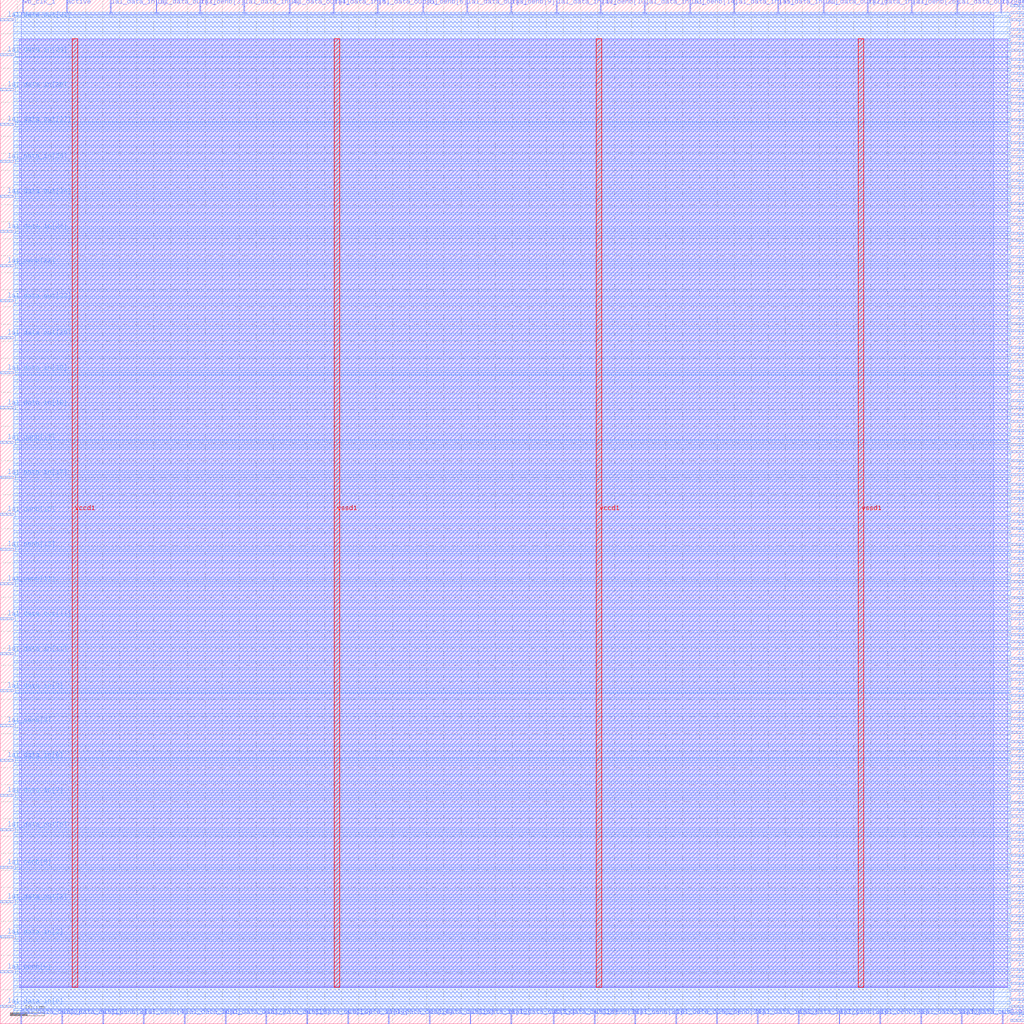
<source format=lef>
VERSION 5.7 ;
  NOWIREEXTENSIONATPIN ON ;
  DIVIDERCHAR "/" ;
  BUSBITCHARS "[]" ;
MACRO wrapped_wiggly_ic_1
  CLASS BLOCK ;
  FOREIGN wrapped_wiggly_ic_1 ;
  ORIGIN 0.000 0.000 ;
  SIZE 300.000 BY 300.000 ;
  PIN active
    DIRECTION INPUT ;
    USE SIGNAL ;
    PORT
      LAYER met2 ;
        RECT 19.410 296.000 19.690 300.000 ;
    END
  END active
  PIN io_in[0]
    DIRECTION INPUT ;
    USE SIGNAL ;
    PORT
      LAYER met3 ;
        RECT 296.000 0.720 300.000 1.320 ;
    END
  END io_in[0]
  PIN io_in[10]
    DIRECTION INPUT ;
    USE SIGNAL ;
    PORT
      LAYER met3 ;
        RECT 296.000 67.360 300.000 67.960 ;
    END
  END io_in[10]
  PIN io_in[11]
    DIRECTION INPUT ;
    USE SIGNAL ;
    PORT
      LAYER met3 ;
        RECT 296.000 73.480 300.000 74.080 ;
    END
  END io_in[11]
  PIN io_in[12]
    DIRECTION INPUT ;
    USE SIGNAL ;
    PORT
      LAYER met3 ;
        RECT 296.000 80.280 300.000 80.880 ;
    END
  END io_in[12]
  PIN io_in[13]
    DIRECTION INPUT ;
    USE SIGNAL ;
    PORT
      LAYER met3 ;
        RECT 296.000 87.080 300.000 87.680 ;
    END
  END io_in[13]
  PIN io_in[14]
    DIRECTION INPUT ;
    USE SIGNAL ;
    PORT
      LAYER met3 ;
        RECT 296.000 93.880 300.000 94.480 ;
    END
  END io_in[14]
  PIN io_in[15]
    DIRECTION INPUT ;
    USE SIGNAL ;
    PORT
      LAYER met3 ;
        RECT 296.000 100.680 300.000 101.280 ;
    END
  END io_in[15]
  PIN io_in[16]
    DIRECTION INPUT ;
    USE SIGNAL ;
    PORT
      LAYER met3 ;
        RECT 296.000 106.800 300.000 107.400 ;
    END
  END io_in[16]
  PIN io_in[17]
    DIRECTION INPUT ;
    USE SIGNAL ;
    PORT
      LAYER met3 ;
        RECT 296.000 113.600 300.000 114.200 ;
    END
  END io_in[17]
  PIN io_in[18]
    DIRECTION INPUT ;
    USE SIGNAL ;
    PORT
      LAYER met3 ;
        RECT 296.000 120.400 300.000 121.000 ;
    END
  END io_in[18]
  PIN io_in[19]
    DIRECTION INPUT ;
    USE SIGNAL ;
    PORT
      LAYER met3 ;
        RECT 296.000 127.200 300.000 127.800 ;
    END
  END io_in[19]
  PIN io_in[1]
    DIRECTION INPUT ;
    USE SIGNAL ;
    PORT
      LAYER met3 ;
        RECT 296.000 6.840 300.000 7.440 ;
    END
  END io_in[1]
  PIN io_in[20]
    DIRECTION INPUT ;
    USE SIGNAL ;
    PORT
      LAYER met3 ;
        RECT 296.000 134.000 300.000 134.600 ;
    END
  END io_in[20]
  PIN io_in[21]
    DIRECTION INPUT ;
    USE SIGNAL ;
    PORT
      LAYER met3 ;
        RECT 296.000 140.120 300.000 140.720 ;
    END
  END io_in[21]
  PIN io_in[22]
    DIRECTION INPUT ;
    USE SIGNAL ;
    PORT
      LAYER met3 ;
        RECT 296.000 146.920 300.000 147.520 ;
    END
  END io_in[22]
  PIN io_in[23]
    DIRECTION INPUT ;
    USE SIGNAL ;
    PORT
      LAYER met3 ;
        RECT 296.000 153.720 300.000 154.320 ;
    END
  END io_in[23]
  PIN io_in[24]
    DIRECTION INPUT ;
    USE SIGNAL ;
    PORT
      LAYER met3 ;
        RECT 296.000 160.520 300.000 161.120 ;
    END
  END io_in[24]
  PIN io_in[25]
    DIRECTION INPUT ;
    USE SIGNAL ;
    PORT
      LAYER met3 ;
        RECT 296.000 167.320 300.000 167.920 ;
    END
  END io_in[25]
  PIN io_in[26]
    DIRECTION INPUT ;
    USE SIGNAL ;
    PORT
      LAYER met3 ;
        RECT 296.000 173.440 300.000 174.040 ;
    END
  END io_in[26]
  PIN io_in[27]
    DIRECTION INPUT ;
    USE SIGNAL ;
    PORT
      LAYER met3 ;
        RECT 296.000 180.240 300.000 180.840 ;
    END
  END io_in[27]
  PIN io_in[28]
    DIRECTION INPUT ;
    USE SIGNAL ;
    PORT
      LAYER met3 ;
        RECT 296.000 187.040 300.000 187.640 ;
    END
  END io_in[28]
  PIN io_in[29]
    DIRECTION INPUT ;
    USE SIGNAL ;
    PORT
      LAYER met3 ;
        RECT 296.000 193.840 300.000 194.440 ;
    END
  END io_in[29]
  PIN io_in[2]
    DIRECTION INPUT ;
    USE SIGNAL ;
    PORT
      LAYER met3 ;
        RECT 296.000 13.640 300.000 14.240 ;
    END
  END io_in[2]
  PIN io_in[30]
    DIRECTION INPUT ;
    USE SIGNAL ;
    PORT
      LAYER met3 ;
        RECT 296.000 200.640 300.000 201.240 ;
    END
  END io_in[30]
  PIN io_in[31]
    DIRECTION INPUT ;
    USE SIGNAL ;
    PORT
      LAYER met3 ;
        RECT 296.000 206.760 300.000 207.360 ;
    END
  END io_in[31]
  PIN io_in[32]
    DIRECTION INPUT ;
    USE SIGNAL ;
    PORT
      LAYER met3 ;
        RECT 296.000 213.560 300.000 214.160 ;
    END
  END io_in[32]
  PIN io_in[33]
    DIRECTION INPUT ;
    USE SIGNAL ;
    PORT
      LAYER met3 ;
        RECT 296.000 220.360 300.000 220.960 ;
    END
  END io_in[33]
  PIN io_in[34]
    DIRECTION INPUT ;
    USE SIGNAL ;
    PORT
      LAYER met3 ;
        RECT 296.000 227.160 300.000 227.760 ;
    END
  END io_in[34]
  PIN io_in[35]
    DIRECTION INPUT ;
    USE SIGNAL ;
    PORT
      LAYER met3 ;
        RECT 296.000 233.960 300.000 234.560 ;
    END
  END io_in[35]
  PIN io_in[36]
    DIRECTION INPUT ;
    USE SIGNAL ;
    PORT
      LAYER met3 ;
        RECT 296.000 240.080 300.000 240.680 ;
    END
  END io_in[36]
  PIN io_in[37]
    DIRECTION INPUT ;
    USE SIGNAL ;
    PORT
      LAYER met3 ;
        RECT 296.000 246.880 300.000 247.480 ;
    END
  END io_in[37]
  PIN io_in[3]
    DIRECTION INPUT ;
    USE SIGNAL ;
    PORT
      LAYER met3 ;
        RECT 296.000 20.440 300.000 21.040 ;
    END
  END io_in[3]
  PIN io_in[4]
    DIRECTION INPUT ;
    USE SIGNAL ;
    PORT
      LAYER met3 ;
        RECT 296.000 27.240 300.000 27.840 ;
    END
  END io_in[4]
  PIN io_in[5]
    DIRECTION INPUT ;
    USE SIGNAL ;
    PORT
      LAYER met3 ;
        RECT 296.000 34.040 300.000 34.640 ;
    END
  END io_in[5]
  PIN io_in[6]
    DIRECTION INPUT ;
    USE SIGNAL ;
    PORT
      LAYER met3 ;
        RECT 296.000 40.160 300.000 40.760 ;
    END
  END io_in[6]
  PIN io_in[7]
    DIRECTION INPUT ;
    USE SIGNAL ;
    PORT
      LAYER met3 ;
        RECT 296.000 46.960 300.000 47.560 ;
    END
  END io_in[7]
  PIN io_in[8]
    DIRECTION INPUT ;
    USE SIGNAL ;
    PORT
      LAYER met3 ;
        RECT 296.000 53.760 300.000 54.360 ;
    END
  END io_in[8]
  PIN io_in[9]
    DIRECTION INPUT ;
    USE SIGNAL ;
    PORT
      LAYER met3 ;
        RECT 296.000 60.560 300.000 61.160 ;
    END
  END io_in[9]
  PIN io_oeb[0]
    DIRECTION OUTPUT TRISTATE ;
    USE SIGNAL ;
    PORT
      LAYER met3 ;
        RECT 296.000 4.800 300.000 5.400 ;
    END
  END io_oeb[0]
  PIN io_oeb[10]
    DIRECTION OUTPUT TRISTATE ;
    USE SIGNAL ;
    PORT
      LAYER met3 ;
        RECT 296.000 71.440 300.000 72.040 ;
    END
  END io_oeb[10]
  PIN io_oeb[11]
    DIRECTION OUTPUT TRISTATE ;
    USE SIGNAL ;
    PORT
      LAYER met3 ;
        RECT 296.000 78.240 300.000 78.840 ;
    END
  END io_oeb[11]
  PIN io_oeb[12]
    DIRECTION OUTPUT TRISTATE ;
    USE SIGNAL ;
    PORT
      LAYER met3 ;
        RECT 296.000 85.040 300.000 85.640 ;
    END
  END io_oeb[12]
  PIN io_oeb[13]
    DIRECTION OUTPUT TRISTATE ;
    USE SIGNAL ;
    PORT
      LAYER met3 ;
        RECT 296.000 91.160 300.000 91.760 ;
    END
  END io_oeb[13]
  PIN io_oeb[14]
    DIRECTION OUTPUT TRISTATE ;
    USE SIGNAL ;
    PORT
      LAYER met3 ;
        RECT 296.000 97.960 300.000 98.560 ;
    END
  END io_oeb[14]
  PIN io_oeb[15]
    DIRECTION OUTPUT TRISTATE ;
    USE SIGNAL ;
    PORT
      LAYER met3 ;
        RECT 296.000 104.760 300.000 105.360 ;
    END
  END io_oeb[15]
  PIN io_oeb[16]
    DIRECTION OUTPUT TRISTATE ;
    USE SIGNAL ;
    PORT
      LAYER met3 ;
        RECT 296.000 111.560 300.000 112.160 ;
    END
  END io_oeb[16]
  PIN io_oeb[17]
    DIRECTION OUTPUT TRISTATE ;
    USE SIGNAL ;
    PORT
      LAYER met3 ;
        RECT 296.000 118.360 300.000 118.960 ;
    END
  END io_oeb[17]
  PIN io_oeb[18]
    DIRECTION OUTPUT TRISTATE ;
    USE SIGNAL ;
    PORT
      LAYER met3 ;
        RECT 296.000 124.480 300.000 125.080 ;
    END
  END io_oeb[18]
  PIN io_oeb[19]
    DIRECTION OUTPUT TRISTATE ;
    USE SIGNAL ;
    PORT
      LAYER met3 ;
        RECT 296.000 131.280 300.000 131.880 ;
    END
  END io_oeb[19]
  PIN io_oeb[1]
    DIRECTION OUTPUT TRISTATE ;
    USE SIGNAL ;
    PORT
      LAYER met3 ;
        RECT 296.000 11.600 300.000 12.200 ;
    END
  END io_oeb[1]
  PIN io_oeb[20]
    DIRECTION OUTPUT TRISTATE ;
    USE SIGNAL ;
    PORT
      LAYER met3 ;
        RECT 296.000 138.080 300.000 138.680 ;
    END
  END io_oeb[20]
  PIN io_oeb[21]
    DIRECTION OUTPUT TRISTATE ;
    USE SIGNAL ;
    PORT
      LAYER met3 ;
        RECT 296.000 144.880 300.000 145.480 ;
    END
  END io_oeb[21]
  PIN io_oeb[22]
    DIRECTION OUTPUT TRISTATE ;
    USE SIGNAL ;
    PORT
      LAYER met3 ;
        RECT 296.000 151.680 300.000 152.280 ;
    END
  END io_oeb[22]
  PIN io_oeb[23]
    DIRECTION OUTPUT TRISTATE ;
    USE SIGNAL ;
    PORT
      LAYER met3 ;
        RECT 296.000 157.800 300.000 158.400 ;
    END
  END io_oeb[23]
  PIN io_oeb[24]
    DIRECTION OUTPUT TRISTATE ;
    USE SIGNAL ;
    PORT
      LAYER met3 ;
        RECT 296.000 164.600 300.000 165.200 ;
    END
  END io_oeb[24]
  PIN io_oeb[25]
    DIRECTION OUTPUT TRISTATE ;
    USE SIGNAL ;
    PORT
      LAYER met3 ;
        RECT 296.000 171.400 300.000 172.000 ;
    END
  END io_oeb[25]
  PIN io_oeb[26]
    DIRECTION OUTPUT TRISTATE ;
    USE SIGNAL ;
    PORT
      LAYER met3 ;
        RECT 296.000 178.200 300.000 178.800 ;
    END
  END io_oeb[26]
  PIN io_oeb[27]
    DIRECTION OUTPUT TRISTATE ;
    USE SIGNAL ;
    PORT
      LAYER met3 ;
        RECT 296.000 185.000 300.000 185.600 ;
    END
  END io_oeb[27]
  PIN io_oeb[28]
    DIRECTION OUTPUT TRISTATE ;
    USE SIGNAL ;
    PORT
      LAYER met3 ;
        RECT 296.000 191.120 300.000 191.720 ;
    END
  END io_oeb[28]
  PIN io_oeb[29]
    DIRECTION OUTPUT TRISTATE ;
    USE SIGNAL ;
    PORT
      LAYER met3 ;
        RECT 296.000 197.920 300.000 198.520 ;
    END
  END io_oeb[29]
  PIN io_oeb[2]
    DIRECTION OUTPUT TRISTATE ;
    USE SIGNAL ;
    PORT
      LAYER met3 ;
        RECT 296.000 18.400 300.000 19.000 ;
    END
  END io_oeb[2]
  PIN io_oeb[30]
    DIRECTION OUTPUT TRISTATE ;
    USE SIGNAL ;
    PORT
      LAYER met3 ;
        RECT 296.000 204.720 300.000 205.320 ;
    END
  END io_oeb[30]
  PIN io_oeb[31]
    DIRECTION OUTPUT TRISTATE ;
    USE SIGNAL ;
    PORT
      LAYER met3 ;
        RECT 296.000 211.520 300.000 212.120 ;
    END
  END io_oeb[31]
  PIN io_oeb[32]
    DIRECTION OUTPUT TRISTATE ;
    USE SIGNAL ;
    PORT
      LAYER met3 ;
        RECT 296.000 218.320 300.000 218.920 ;
    END
  END io_oeb[32]
  PIN io_oeb[33]
    DIRECTION OUTPUT TRISTATE ;
    USE SIGNAL ;
    PORT
      LAYER met3 ;
        RECT 296.000 224.440 300.000 225.040 ;
    END
  END io_oeb[33]
  PIN io_oeb[34]
    DIRECTION OUTPUT TRISTATE ;
    USE SIGNAL ;
    PORT
      LAYER met3 ;
        RECT 296.000 231.240 300.000 231.840 ;
    END
  END io_oeb[34]
  PIN io_oeb[35]
    DIRECTION OUTPUT TRISTATE ;
    USE SIGNAL ;
    PORT
      LAYER met3 ;
        RECT 296.000 238.040 300.000 238.640 ;
    END
  END io_oeb[35]
  PIN io_oeb[36]
    DIRECTION OUTPUT TRISTATE ;
    USE SIGNAL ;
    PORT
      LAYER met3 ;
        RECT 296.000 244.840 300.000 245.440 ;
    END
  END io_oeb[36]
  PIN io_oeb[37]
    DIRECTION OUTPUT TRISTATE ;
    USE SIGNAL ;
    PORT
      LAYER met3 ;
        RECT 296.000 251.640 300.000 252.240 ;
    END
  END io_oeb[37]
  PIN io_oeb[3]
    DIRECTION OUTPUT TRISTATE ;
    USE SIGNAL ;
    PORT
      LAYER met3 ;
        RECT 296.000 24.520 300.000 25.120 ;
    END
  END io_oeb[3]
  PIN io_oeb[4]
    DIRECTION OUTPUT TRISTATE ;
    USE SIGNAL ;
    PORT
      LAYER met3 ;
        RECT 296.000 31.320 300.000 31.920 ;
    END
  END io_oeb[4]
  PIN io_oeb[5]
    DIRECTION OUTPUT TRISTATE ;
    USE SIGNAL ;
    PORT
      LAYER met3 ;
        RECT 296.000 38.120 300.000 38.720 ;
    END
  END io_oeb[5]
  PIN io_oeb[6]
    DIRECTION OUTPUT TRISTATE ;
    USE SIGNAL ;
    PORT
      LAYER met3 ;
        RECT 296.000 44.920 300.000 45.520 ;
    END
  END io_oeb[6]
  PIN io_oeb[7]
    DIRECTION OUTPUT TRISTATE ;
    USE SIGNAL ;
    PORT
      LAYER met3 ;
        RECT 296.000 51.720 300.000 52.320 ;
    END
  END io_oeb[7]
  PIN io_oeb[8]
    DIRECTION OUTPUT TRISTATE ;
    USE SIGNAL ;
    PORT
      LAYER met3 ;
        RECT 296.000 57.840 300.000 58.440 ;
    END
  END io_oeb[8]
  PIN io_oeb[9]
    DIRECTION OUTPUT TRISTATE ;
    USE SIGNAL ;
    PORT
      LAYER met3 ;
        RECT 296.000 64.640 300.000 65.240 ;
    END
  END io_oeb[9]
  PIN io_out[0]
    DIRECTION OUTPUT TRISTATE ;
    USE SIGNAL ;
    PORT
      LAYER met3 ;
        RECT 296.000 2.760 300.000 3.360 ;
    END
  END io_out[0]
  PIN io_out[10]
    DIRECTION OUTPUT TRISTATE ;
    USE SIGNAL ;
    PORT
      LAYER met3 ;
        RECT 296.000 69.400 300.000 70.000 ;
    END
  END io_out[10]
  PIN io_out[11]
    DIRECTION OUTPUT TRISTATE ;
    USE SIGNAL ;
    PORT
      LAYER met3 ;
        RECT 296.000 76.200 300.000 76.800 ;
    END
  END io_out[11]
  PIN io_out[12]
    DIRECTION OUTPUT TRISTATE ;
    USE SIGNAL ;
    PORT
      LAYER met3 ;
        RECT 296.000 82.320 300.000 82.920 ;
    END
  END io_out[12]
  PIN io_out[13]
    DIRECTION OUTPUT TRISTATE ;
    USE SIGNAL ;
    PORT
      LAYER met3 ;
        RECT 296.000 89.120 300.000 89.720 ;
    END
  END io_out[13]
  PIN io_out[14]
    DIRECTION OUTPUT TRISTATE ;
    USE SIGNAL ;
    PORT
      LAYER met3 ;
        RECT 296.000 95.920 300.000 96.520 ;
    END
  END io_out[14]
  PIN io_out[15]
    DIRECTION OUTPUT TRISTATE ;
    USE SIGNAL ;
    PORT
      LAYER met3 ;
        RECT 296.000 102.720 300.000 103.320 ;
    END
  END io_out[15]
  PIN io_out[16]
    DIRECTION OUTPUT TRISTATE ;
    USE SIGNAL ;
    PORT
      LAYER met3 ;
        RECT 296.000 109.520 300.000 110.120 ;
    END
  END io_out[16]
  PIN io_out[17]
    DIRECTION OUTPUT TRISTATE ;
    USE SIGNAL ;
    PORT
      LAYER met3 ;
        RECT 296.000 115.640 300.000 116.240 ;
    END
  END io_out[17]
  PIN io_out[18]
    DIRECTION OUTPUT TRISTATE ;
    USE SIGNAL ;
    PORT
      LAYER met3 ;
        RECT 296.000 122.440 300.000 123.040 ;
    END
  END io_out[18]
  PIN io_out[19]
    DIRECTION OUTPUT TRISTATE ;
    USE SIGNAL ;
    PORT
      LAYER met3 ;
        RECT 296.000 129.240 300.000 129.840 ;
    END
  END io_out[19]
  PIN io_out[1]
    DIRECTION OUTPUT TRISTATE ;
    USE SIGNAL ;
    PORT
      LAYER met3 ;
        RECT 296.000 9.560 300.000 10.160 ;
    END
  END io_out[1]
  PIN io_out[20]
    DIRECTION OUTPUT TRISTATE ;
    USE SIGNAL ;
    PORT
      LAYER met3 ;
        RECT 296.000 136.040 300.000 136.640 ;
    END
  END io_out[20]
  PIN io_out[21]
    DIRECTION OUTPUT TRISTATE ;
    USE SIGNAL ;
    PORT
      LAYER met3 ;
        RECT 296.000 142.840 300.000 143.440 ;
    END
  END io_out[21]
  PIN io_out[22]
    DIRECTION OUTPUT TRISTATE ;
    USE SIGNAL ;
    PORT
      LAYER met3 ;
        RECT 296.000 148.960 300.000 149.560 ;
    END
  END io_out[22]
  PIN io_out[23]
    DIRECTION OUTPUT TRISTATE ;
    USE SIGNAL ;
    PORT
      LAYER met3 ;
        RECT 296.000 155.760 300.000 156.360 ;
    END
  END io_out[23]
  PIN io_out[24]
    DIRECTION OUTPUT TRISTATE ;
    USE SIGNAL ;
    PORT
      LAYER met3 ;
        RECT 296.000 162.560 300.000 163.160 ;
    END
  END io_out[24]
  PIN io_out[25]
    DIRECTION OUTPUT TRISTATE ;
    USE SIGNAL ;
    PORT
      LAYER met3 ;
        RECT 296.000 169.360 300.000 169.960 ;
    END
  END io_out[25]
  PIN io_out[26]
    DIRECTION OUTPUT TRISTATE ;
    USE SIGNAL ;
    PORT
      LAYER met3 ;
        RECT 296.000 176.160 300.000 176.760 ;
    END
  END io_out[26]
  PIN io_out[27]
    DIRECTION OUTPUT TRISTATE ;
    USE SIGNAL ;
    PORT
      LAYER met3 ;
        RECT 296.000 182.280 300.000 182.880 ;
    END
  END io_out[27]
  PIN io_out[28]
    DIRECTION OUTPUT TRISTATE ;
    USE SIGNAL ;
    PORT
      LAYER met3 ;
        RECT 296.000 189.080 300.000 189.680 ;
    END
  END io_out[28]
  PIN io_out[29]
    DIRECTION OUTPUT TRISTATE ;
    USE SIGNAL ;
    PORT
      LAYER met3 ;
        RECT 296.000 195.880 300.000 196.480 ;
    END
  END io_out[29]
  PIN io_out[2]
    DIRECTION OUTPUT TRISTATE ;
    USE SIGNAL ;
    PORT
      LAYER met3 ;
        RECT 296.000 15.680 300.000 16.280 ;
    END
  END io_out[2]
  PIN io_out[30]
    DIRECTION OUTPUT TRISTATE ;
    USE SIGNAL ;
    PORT
      LAYER met3 ;
        RECT 296.000 202.680 300.000 203.280 ;
    END
  END io_out[30]
  PIN io_out[31]
    DIRECTION OUTPUT TRISTATE ;
    USE SIGNAL ;
    PORT
      LAYER met3 ;
        RECT 296.000 209.480 300.000 210.080 ;
    END
  END io_out[31]
  PIN io_out[32]
    DIRECTION OUTPUT TRISTATE ;
    USE SIGNAL ;
    PORT
      LAYER met3 ;
        RECT 296.000 215.600 300.000 216.200 ;
    END
  END io_out[32]
  PIN io_out[33]
    DIRECTION OUTPUT TRISTATE ;
    USE SIGNAL ;
    PORT
      LAYER met3 ;
        RECT 296.000 222.400 300.000 223.000 ;
    END
  END io_out[33]
  PIN io_out[34]
    DIRECTION OUTPUT TRISTATE ;
    USE SIGNAL ;
    PORT
      LAYER met3 ;
        RECT 296.000 229.200 300.000 229.800 ;
    END
  END io_out[34]
  PIN io_out[35]
    DIRECTION OUTPUT TRISTATE ;
    USE SIGNAL ;
    PORT
      LAYER met3 ;
        RECT 296.000 236.000 300.000 236.600 ;
    END
  END io_out[35]
  PIN io_out[36]
    DIRECTION OUTPUT TRISTATE ;
    USE SIGNAL ;
    PORT
      LAYER met3 ;
        RECT 296.000 242.800 300.000 243.400 ;
    END
  END io_out[36]
  PIN io_out[37]
    DIRECTION OUTPUT TRISTATE ;
    USE SIGNAL ;
    PORT
      LAYER met3 ;
        RECT 296.000 248.920 300.000 249.520 ;
    END
  END io_out[37]
  PIN io_out[3]
    DIRECTION OUTPUT TRISTATE ;
    USE SIGNAL ;
    PORT
      LAYER met3 ;
        RECT 296.000 22.480 300.000 23.080 ;
    END
  END io_out[3]
  PIN io_out[4]
    DIRECTION OUTPUT TRISTATE ;
    USE SIGNAL ;
    PORT
      LAYER met3 ;
        RECT 296.000 29.280 300.000 29.880 ;
    END
  END io_out[4]
  PIN io_out[5]
    DIRECTION OUTPUT TRISTATE ;
    USE SIGNAL ;
    PORT
      LAYER met3 ;
        RECT 296.000 36.080 300.000 36.680 ;
    END
  END io_out[5]
  PIN io_out[6]
    DIRECTION OUTPUT TRISTATE ;
    USE SIGNAL ;
    PORT
      LAYER met3 ;
        RECT 296.000 42.880 300.000 43.480 ;
    END
  END io_out[6]
  PIN io_out[7]
    DIRECTION OUTPUT TRISTATE ;
    USE SIGNAL ;
    PORT
      LAYER met3 ;
        RECT 296.000 49.000 300.000 49.600 ;
    END
  END io_out[7]
  PIN io_out[8]
    DIRECTION OUTPUT TRISTATE ;
    USE SIGNAL ;
    PORT
      LAYER met3 ;
        RECT 296.000 55.800 300.000 56.400 ;
    END
  END io_out[8]
  PIN io_out[9]
    DIRECTION OUTPUT TRISTATE ;
    USE SIGNAL ;
    PORT
      LAYER met3 ;
        RECT 296.000 62.600 300.000 63.200 ;
    END
  END io_out[9]
  PIN la1_data_in[0]
    DIRECTION INPUT ;
    USE SIGNAL ;
    PORT
      LAYER met3 ;
        RECT 0.000 4.800 4.000 5.400 ;
    END
  END la1_data_in[0]
  PIN la1_data_in[10]
    DIRECTION INPUT ;
    USE SIGNAL ;
    PORT
      LAYER met2 ;
        RECT 162.930 296.000 163.210 300.000 ;
    END
  END la1_data_in[10]
  PIN la1_data_in[11]
    DIRECTION INPUT ;
    USE SIGNAL ;
    PORT
      LAYER met3 ;
        RECT 0.000 108.160 4.000 108.760 ;
    END
  END la1_data_in[11]
  PIN la1_data_in[12]
    DIRECTION INPUT ;
    USE SIGNAL ;
    PORT
      LAYER met2 ;
        RECT 188.690 296.000 188.970 300.000 ;
    END
  END la1_data_in[12]
  PIN la1_data_in[13]
    DIRECTION INPUT ;
    USE SIGNAL ;
    PORT
      LAYER met3 ;
        RECT 296.000 264.560 300.000 265.160 ;
    END
  END la1_data_in[13]
  PIN la1_data_in[14]
    DIRECTION INPUT ;
    USE SIGNAL ;
    PORT
      LAYER met2 ;
        RECT 101.750 0.000 102.030 4.000 ;
    END
  END la1_data_in[14]
  PIN la1_data_in[15]
    DIRECTION INPUT ;
    USE SIGNAL ;
    PORT
      LAYER met2 ;
        RECT 214.910 296.000 215.190 300.000 ;
    END
  END la1_data_in[15]
  PIN la1_data_in[16]
    DIRECTION INPUT ;
    USE SIGNAL ;
    PORT
      LAYER met2 ;
        RECT 137.630 0.000 137.910 4.000 ;
    END
  END la1_data_in[16]
  PIN la1_data_in[17]
    DIRECTION INPUT ;
    USE SIGNAL ;
    PORT
      LAYER met3 ;
        RECT 0.000 159.840 4.000 160.440 ;
    END
  END la1_data_in[17]
  PIN la1_data_in[18]
    DIRECTION INPUT ;
    USE SIGNAL ;
    PORT
      LAYER met3 ;
        RECT 0.000 180.240 4.000 180.840 ;
    END
  END la1_data_in[18]
  PIN la1_data_in[19]
    DIRECTION INPUT ;
    USE SIGNAL ;
    PORT
      LAYER met3 ;
        RECT 0.000 190.440 4.000 191.040 ;
    END
  END la1_data_in[19]
  PIN la1_data_in[1]
    DIRECTION INPUT ;
    USE SIGNAL ;
    PORT
      LAYER met2 ;
        RECT 32.290 296.000 32.570 300.000 ;
    END
  END la1_data_in[1]
  PIN la1_data_in[20]
    DIRECTION INPUT ;
    USE SIGNAL ;
    PORT
      LAYER met3 ;
        RECT 296.000 278.160 300.000 278.760 ;
    END
  END la1_data_in[20]
  PIN la1_data_in[21]
    DIRECTION INPUT ;
    USE SIGNAL ;
    PORT
      LAYER met2 ;
        RECT 227.790 296.000 228.070 300.000 ;
    END
  END la1_data_in[21]
  PIN la1_data_in[22]
    DIRECTION INPUT ;
    USE SIGNAL ;
    PORT
      LAYER met3 ;
        RECT 296.000 282.240 300.000 282.840 ;
    END
  END la1_data_in[22]
  PIN la1_data_in[23]
    DIRECTION INPUT ;
    USE SIGNAL ;
    PORT
      LAYER met2 ;
        RECT 254.010 296.000 254.290 300.000 ;
    END
  END la1_data_in[23]
  PIN la1_data_in[24]
    DIRECTION INPUT ;
    USE SIGNAL ;
    PORT
      LAYER met3 ;
        RECT 0.000 231.920 4.000 232.520 ;
    END
  END la1_data_in[24]
  PIN la1_data_in[25]
    DIRECTION INPUT ;
    USE SIGNAL ;
    PORT
      LAYER met2 ;
        RECT 221.810 0.000 222.090 4.000 ;
    END
  END la1_data_in[25]
  PIN la1_data_in[26]
    DIRECTION INPUT ;
    USE SIGNAL ;
    PORT
      LAYER met3 ;
        RECT 0.000 252.320 4.000 252.920 ;
    END
  END la1_data_in[26]
  PIN la1_data_in[27]
    DIRECTION INPUT ;
    USE SIGNAL ;
    PORT
      LAYER met2 ;
        RECT 233.770 0.000 234.050 4.000 ;
    END
  END la1_data_in[27]
  PIN la1_data_in[28]
    DIRECTION INPUT ;
    USE SIGNAL ;
    PORT
      LAYER met3 ;
        RECT 0.000 273.400 4.000 274.000 ;
    END
  END la1_data_in[28]
  PIN la1_data_in[29]
    DIRECTION INPUT ;
    USE SIGNAL ;
    PORT
      LAYER met3 ;
        RECT 0.000 283.600 4.000 284.200 ;
    END
  END la1_data_in[29]
  PIN la1_data_in[2]
    DIRECTION INPUT ;
    USE SIGNAL ;
    PORT
      LAYER met3 ;
        RECT 0.000 25.200 4.000 25.800 ;
    END
  END la1_data_in[2]
  PIN la1_data_in[30]
    DIRECTION INPUT ;
    USE SIGNAL ;
    PORT
      LAYER met2 ;
        RECT 269.650 0.000 269.930 4.000 ;
    END
  END la1_data_in[30]
  PIN la1_data_in[31]
    DIRECTION INPUT ;
    USE SIGNAL ;
    PORT
      LAYER met2 ;
        RECT 293.110 296.000 293.390 300.000 ;
    END
  END la1_data_in[31]
  PIN la1_data_in[3]
    DIRECTION INPUT ;
    USE SIGNAL ;
    PORT
      LAYER met3 ;
        RECT 296.000 255.720 300.000 256.320 ;
    END
  END la1_data_in[3]
  PIN la1_data_in[4]
    DIRECTION INPUT ;
    USE SIGNAL ;
    PORT
      LAYER met2 ;
        RECT 71.390 296.000 71.670 300.000 ;
    END
  END la1_data_in[4]
  PIN la1_data_in[5]
    DIRECTION INPUT ;
    USE SIGNAL ;
    PORT
      LAYER met2 ;
        RECT 97.610 296.000 97.890 300.000 ;
    END
  END la1_data_in[5]
  PIN la1_data_in[6]
    DIRECTION INPUT ;
    USE SIGNAL ;
    PORT
      LAYER met2 ;
        RECT 53.910 0.000 54.190 4.000 ;
    END
  END la1_data_in[6]
  PIN la1_data_in[7]
    DIRECTION INPUT ;
    USE SIGNAL ;
    PORT
      LAYER met3 ;
        RECT 0.000 66.680 4.000 67.280 ;
    END
  END la1_data_in[7]
  PIN la1_data_in[8]
    DIRECTION INPUT ;
    USE SIGNAL ;
    PORT
      LAYER met3 ;
        RECT 0.000 76.880 4.000 77.480 ;
    END
  END la1_data_in[8]
  PIN la1_data_in[9]
    DIRECTION INPUT ;
    USE SIGNAL ;
    PORT
      LAYER met3 ;
        RECT 0.000 97.280 4.000 97.880 ;
    END
  END la1_data_in[9]
  PIN la1_data_out[0]
    DIRECTION OUTPUT TRISTATE ;
    USE SIGNAL ;
    PORT
      LAYER met2 ;
        RECT 6.070 0.000 6.350 4.000 ;
    END
  END la1_data_out[0]
  PIN la1_data_out[10]
    DIRECTION OUTPUT TRISTATE ;
    USE SIGNAL ;
    PORT
      LAYER met2 ;
        RECT 77.830 0.000 78.110 4.000 ;
    END
  END la1_data_out[10]
  PIN la1_data_out[11]
    DIRECTION OUTPUT TRISTATE ;
    USE SIGNAL ;
    PORT
      LAYER met3 ;
        RECT 0.000 118.360 4.000 118.960 ;
    END
  END la1_data_out[11]
  PIN la1_data_out[12]
    DIRECTION OUTPUT TRISTATE ;
    USE SIGNAL ;
    PORT
      LAYER met3 ;
        RECT 296.000 262.520 300.000 263.120 ;
    END
  END la1_data_out[12]
  PIN la1_data_out[13]
    DIRECTION OUTPUT TRISTATE ;
    USE SIGNAL ;
    PORT
      LAYER met2 ;
        RECT 89.790 0.000 90.070 4.000 ;
    END
  END la1_data_out[13]
  PIN la1_data_out[14]
    DIRECTION OUTPUT TRISTATE ;
    USE SIGNAL ;
    PORT
      LAYER met2 ;
        RECT 113.710 0.000 113.990 4.000 ;
    END
  END la1_data_out[14]
  PIN la1_data_out[15]
    DIRECTION OUTPUT TRISTATE ;
    USE SIGNAL ;
    PORT
      LAYER met2 ;
        RECT 125.670 0.000 125.950 4.000 ;
    END
  END la1_data_out[15]
  PIN la1_data_out[16]
    DIRECTION OUTPUT TRISTATE ;
    USE SIGNAL ;
    PORT
      LAYER met3 ;
        RECT 296.000 269.320 300.000 269.920 ;
    END
  END la1_data_out[16]
  PIN la1_data_out[17]
    DIRECTION OUTPUT TRISTATE ;
    USE SIGNAL ;
    PORT
      LAYER met2 ;
        RECT 149.590 0.000 149.870 4.000 ;
    END
  END la1_data_out[17]
  PIN la1_data_out[18]
    DIRECTION OUTPUT TRISTATE ;
    USE SIGNAL ;
    PORT
      LAYER met2 ;
        RECT 162.010 0.000 162.290 4.000 ;
    END
  END la1_data_out[18]
  PIN la1_data_out[19]
    DIRECTION OUTPUT TRISTATE ;
    USE SIGNAL ;
    PORT
      LAYER met3 ;
        RECT 296.000 276.120 300.000 276.720 ;
    END
  END la1_data_out[19]
  PIN la1_data_out[1]
    DIRECTION OUTPUT TRISTATE ;
    USE SIGNAL ;
    PORT
      LAYER met2 ;
        RECT 18.030 0.000 18.310 4.000 ;
    END
  END la1_data_out[1]
  PIN la1_data_out[20]
    DIRECTION OUTPUT TRISTATE ;
    USE SIGNAL ;
    PORT
      LAYER met3 ;
        RECT 0.000 200.640 4.000 201.240 ;
    END
  END la1_data_out[20]
  PIN la1_data_out[21]
    DIRECTION OUTPUT TRISTATE ;
    USE SIGNAL ;
    PORT
      LAYER met2 ;
        RECT 241.130 296.000 241.410 300.000 ;
    END
  END la1_data_out[21]
  PIN la1_data_out[22]
    DIRECTION OUTPUT TRISTATE ;
    USE SIGNAL ;
    PORT
      LAYER met3 ;
        RECT 0.000 211.520 4.000 212.120 ;
    END
  END la1_data_out[22]
  PIN la1_data_out[23]
    DIRECTION OUTPUT TRISTATE ;
    USE SIGNAL ;
    PORT
      LAYER met2 ;
        RECT 197.890 0.000 198.170 4.000 ;
    END
  END la1_data_out[23]
  PIN la1_data_out[24]
    DIRECTION OUTPUT TRISTATE ;
    USE SIGNAL ;
    PORT
      LAYER met3 ;
        RECT 0.000 242.120 4.000 242.720 ;
    END
  END la1_data_out[24]
  PIN la1_data_out[25]
    DIRECTION OUTPUT TRISTATE ;
    USE SIGNAL ;
    PORT
      LAYER met3 ;
        RECT 296.000 287.000 300.000 287.600 ;
    END
  END la1_data_out[25]
  PIN la1_data_out[26]
    DIRECTION OUTPUT TRISTATE ;
    USE SIGNAL ;
    PORT
      LAYER met3 ;
        RECT 296.000 291.080 300.000 291.680 ;
    END
  END la1_data_out[26]
  PIN la1_data_out[27]
    DIRECTION OUTPUT TRISTATE ;
    USE SIGNAL ;
    PORT
      LAYER met3 ;
        RECT 0.000 263.200 4.000 263.800 ;
    END
  END la1_data_out[27]
  PIN la1_data_out[28]
    DIRECTION OUTPUT TRISTATE ;
    USE SIGNAL ;
    PORT
      LAYER met3 ;
        RECT 296.000 295.840 300.000 296.440 ;
    END
  END la1_data_out[28]
  PIN la1_data_out[29]
    DIRECTION OUTPUT TRISTATE ;
    USE SIGNAL ;
    PORT
      LAYER met2 ;
        RECT 280.230 296.000 280.510 300.000 ;
    END
  END la1_data_out[29]
  PIN la1_data_out[2]
    DIRECTION OUTPUT TRISTATE ;
    USE SIGNAL ;
    PORT
      LAYER met3 ;
        RECT 0.000 35.400 4.000 36.000 ;
    END
  END la1_data_out[2]
  PIN la1_data_out[30]
    DIRECTION OUTPUT TRISTATE ;
    USE SIGNAL ;
    PORT
      LAYER met2 ;
        RECT 281.610 0.000 281.890 4.000 ;
    END
  END la1_data_out[30]
  PIN la1_data_out[31]
    DIRECTION OUTPUT TRISTATE ;
    USE SIGNAL ;
    PORT
      LAYER met3 ;
        RECT 0.000 293.800 4.000 294.400 ;
    END
  END la1_data_out[31]
  PIN la1_data_out[3]
    DIRECTION OUTPUT TRISTATE ;
    USE SIGNAL ;
    PORT
      LAYER met2 ;
        RECT 45.630 296.000 45.910 300.000 ;
    END
  END la1_data_out[3]
  PIN la1_data_out[4]
    DIRECTION OUTPUT TRISTATE ;
    USE SIGNAL ;
    PORT
      LAYER met2 ;
        RECT 84.730 296.000 85.010 300.000 ;
    END
  END la1_data_out[4]
  PIN la1_data_out[5]
    DIRECTION OUTPUT TRISTATE ;
    USE SIGNAL ;
    PORT
      LAYER met2 ;
        RECT 110.490 296.000 110.770 300.000 ;
    END
  END la1_data_out[5]
  PIN la1_data_out[6]
    DIRECTION OUTPUT TRISTATE ;
    USE SIGNAL ;
    PORT
      LAYER met3 ;
        RECT 0.000 56.480 4.000 57.080 ;
    END
  END la1_data_out[6]
  PIN la1_data_out[7]
    DIRECTION OUTPUT TRISTATE ;
    USE SIGNAL ;
    PORT
      LAYER met2 ;
        RECT 65.870 0.000 66.150 4.000 ;
    END
  END la1_data_out[7]
  PIN la1_data_out[8]
    DIRECTION OUTPUT TRISTATE ;
    USE SIGNAL ;
    PORT
      LAYER met2 ;
        RECT 136.710 296.000 136.990 300.000 ;
    END
  END la1_data_out[8]
  PIN la1_data_out[9]
    DIRECTION OUTPUT TRISTATE ;
    USE SIGNAL ;
    PORT
      LAYER met3 ;
        RECT 296.000 260.480 300.000 261.080 ;
    END
  END la1_data_out[9]
  PIN la1_oenb[0]
    DIRECTION INPUT ;
    USE SIGNAL ;
    PORT
      LAYER met3 ;
        RECT 0.000 15.000 4.000 15.600 ;
    END
  END la1_oenb[0]
  PIN la1_oenb[10]
    DIRECTION INPUT ;
    USE SIGNAL ;
    PORT
      LAYER met2 ;
        RECT 175.810 296.000 176.090 300.000 ;
    END
  END la1_oenb[10]
  PIN la1_oenb[11]
    DIRECTION INPUT ;
    USE SIGNAL ;
    PORT
      LAYER met3 ;
        RECT 0.000 128.560 4.000 129.160 ;
    END
  END la1_oenb[11]
  PIN la1_oenb[12]
    DIRECTION INPUT ;
    USE SIGNAL ;
    PORT
      LAYER met3 ;
        RECT 0.000 138.760 4.000 139.360 ;
    END
  END la1_oenb[12]
  PIN la1_oenb[13]
    DIRECTION INPUT ;
    USE SIGNAL ;
    PORT
      LAYER met3 ;
        RECT 296.000 267.280 300.000 267.880 ;
    END
  END la1_oenb[13]
  PIN la1_oenb[14]
    DIRECTION INPUT ;
    USE SIGNAL ;
    PORT
      LAYER met2 ;
        RECT 202.030 296.000 202.310 300.000 ;
    END
  END la1_oenb[14]
  PIN la1_oenb[15]
    DIRECTION INPUT ;
    USE SIGNAL ;
    PORT
      LAYER met3 ;
        RECT 0.000 148.960 4.000 149.560 ;
    END
  END la1_oenb[15]
  PIN la1_oenb[16]
    DIRECTION INPUT ;
    USE SIGNAL ;
    PORT
      LAYER met3 ;
        RECT 296.000 271.360 300.000 271.960 ;
    END
  END la1_oenb[16]
  PIN la1_oenb[17]
    DIRECTION INPUT ;
    USE SIGNAL ;
    PORT
      LAYER met3 ;
        RECT 0.000 170.040 4.000 170.640 ;
    END
  END la1_oenb[17]
  PIN la1_oenb[18]
    DIRECTION INPUT ;
    USE SIGNAL ;
    PORT
      LAYER met3 ;
        RECT 296.000 273.400 300.000 274.000 ;
    END
  END la1_oenb[18]
  PIN la1_oenb[19]
    DIRECTION INPUT ;
    USE SIGNAL ;
    PORT
      LAYER met2 ;
        RECT 173.970 0.000 174.250 4.000 ;
    END
  END la1_oenb[19]
  PIN la1_oenb[1]
    DIRECTION INPUT ;
    USE SIGNAL ;
    PORT
      LAYER met3 ;
        RECT 296.000 253.680 300.000 254.280 ;
    END
  END la1_oenb[1]
  PIN la1_oenb[20]
    DIRECTION INPUT ;
    USE SIGNAL ;
    PORT
      LAYER met3 ;
        RECT 296.000 280.200 300.000 280.800 ;
    END
  END la1_oenb[20]
  PIN la1_oenb[21]
    DIRECTION INPUT ;
    USE SIGNAL ;
    PORT
      LAYER met2 ;
        RECT 185.930 0.000 186.210 4.000 ;
    END
  END la1_oenb[21]
  PIN la1_oenb[22]
    DIRECTION INPUT ;
    USE SIGNAL ;
    PORT
      LAYER met3 ;
        RECT 0.000 221.720 4.000 222.320 ;
    END
  END la1_oenb[22]
  PIN la1_oenb[23]
    DIRECTION INPUT ;
    USE SIGNAL ;
    PORT
      LAYER met3 ;
        RECT 296.000 284.960 300.000 285.560 ;
    END
  END la1_oenb[23]
  PIN la1_oenb[24]
    DIRECTION INPUT ;
    USE SIGNAL ;
    PORT
      LAYER met2 ;
        RECT 209.850 0.000 210.130 4.000 ;
    END
  END la1_oenb[24]
  PIN la1_oenb[25]
    DIRECTION INPUT ;
    USE SIGNAL ;
    PORT
      LAYER met3 ;
        RECT 296.000 289.040 300.000 289.640 ;
    END
  END la1_oenb[25]
  PIN la1_oenb[26]
    DIRECTION INPUT ;
    USE SIGNAL ;
    PORT
      LAYER met2 ;
        RECT 266.890 296.000 267.170 300.000 ;
    END
  END la1_oenb[26]
  PIN la1_oenb[27]
    DIRECTION INPUT ;
    USE SIGNAL ;
    PORT
      LAYER met3 ;
        RECT 296.000 293.800 300.000 294.400 ;
    END
  END la1_oenb[27]
  PIN la1_oenb[28]
    DIRECTION INPUT ;
    USE SIGNAL ;
    PORT
      LAYER met2 ;
        RECT 245.730 0.000 246.010 4.000 ;
    END
  END la1_oenb[28]
  PIN la1_oenb[29]
    DIRECTION INPUT ;
    USE SIGNAL ;
    PORT
      LAYER met2 ;
        RECT 257.690 0.000 257.970 4.000 ;
    END
  END la1_oenb[29]
  PIN la1_oenb[2]
    DIRECTION INPUT ;
    USE SIGNAL ;
    PORT
      LAYER met2 ;
        RECT 29.990 0.000 30.270 4.000 ;
    END
  END la1_oenb[2]
  PIN la1_oenb[30]
    DIRECTION INPUT ;
    USE SIGNAL ;
    PORT
      LAYER met2 ;
        RECT 293.570 0.000 293.850 4.000 ;
    END
  END la1_oenb[30]
  PIN la1_oenb[31]
    DIRECTION INPUT ;
    USE SIGNAL ;
    PORT
      LAYER met3 ;
        RECT 296.000 297.880 300.000 298.480 ;
    END
  END la1_oenb[31]
  PIN la1_oenb[3]
    DIRECTION INPUT ;
    USE SIGNAL ;
    PORT
      LAYER met2 ;
        RECT 58.510 296.000 58.790 300.000 ;
    END
  END la1_oenb[3]
  PIN la1_oenb[4]
    DIRECTION INPUT ;
    USE SIGNAL ;
    PORT
      LAYER met2 ;
        RECT 41.950 0.000 42.230 4.000 ;
    END
  END la1_oenb[4]
  PIN la1_oenb[5]
    DIRECTION INPUT ;
    USE SIGNAL ;
    PORT
      LAYER met3 ;
        RECT 0.000 45.600 4.000 46.200 ;
    END
  END la1_oenb[5]
  PIN la1_oenb[6]
    DIRECTION INPUT ;
    USE SIGNAL ;
    PORT
      LAYER met2 ;
        RECT 123.830 296.000 124.110 300.000 ;
    END
  END la1_oenb[6]
  PIN la1_oenb[7]
    DIRECTION INPUT ;
    USE SIGNAL ;
    PORT
      LAYER met3 ;
        RECT 296.000 257.760 300.000 258.360 ;
    END
  END la1_oenb[7]
  PIN la1_oenb[8]
    DIRECTION INPUT ;
    USE SIGNAL ;
    PORT
      LAYER met3 ;
        RECT 0.000 87.080 4.000 87.680 ;
    END
  END la1_oenb[8]
  PIN la1_oenb[9]
    DIRECTION INPUT ;
    USE SIGNAL ;
    PORT
      LAYER met2 ;
        RECT 149.590 296.000 149.870 300.000 ;
    END
  END la1_oenb[9]
  PIN vccd1
    DIRECTION INPUT ;
    USE POWER ;
    PORT
      LAYER met4 ;
        RECT 21.040 10.640 22.640 288.560 ;
    END
    PORT
      LAYER met4 ;
        RECT 174.640 10.640 176.240 288.560 ;
    END
  END vccd1
  PIN vssd1
    DIRECTION INPUT ;
    USE GROUND ;
    PORT
      LAYER met4 ;
        RECT 97.840 10.640 99.440 288.560 ;
    END
    PORT
      LAYER met4 ;
        RECT 251.440 10.640 253.040 288.560 ;
    END
  END vssd1
  PIN wb_clk_i
    DIRECTION INPUT ;
    USE SIGNAL ;
    PORT
      LAYER met2 ;
        RECT 6.530 296.000 6.810 300.000 ;
    END
  END wb_clk_i
  OBS
      LAYER li1 ;
        RECT 5.520 10.795 295.175 288.405 ;
      LAYER met1 ;
        RECT 5.520 10.640 295.235 288.560 ;
      LAYER met2 ;
        RECT 6.080 295.720 6.250 296.325 ;
        RECT 7.090 295.720 19.130 296.325 ;
        RECT 19.970 295.720 32.010 296.325 ;
        RECT 32.850 295.720 45.350 296.325 ;
        RECT 46.190 295.720 58.230 296.325 ;
        RECT 59.070 295.720 71.110 296.325 ;
        RECT 71.950 295.720 84.450 296.325 ;
        RECT 85.290 295.720 97.330 296.325 ;
        RECT 98.170 295.720 110.210 296.325 ;
        RECT 111.050 295.720 123.550 296.325 ;
        RECT 124.390 295.720 136.430 296.325 ;
        RECT 137.270 295.720 149.310 296.325 ;
        RECT 150.150 295.720 162.650 296.325 ;
        RECT 163.490 295.720 175.530 296.325 ;
        RECT 176.370 295.720 188.410 296.325 ;
        RECT 189.250 295.720 201.750 296.325 ;
        RECT 202.590 295.720 214.630 296.325 ;
        RECT 215.470 295.720 227.510 296.325 ;
        RECT 228.350 295.720 240.850 296.325 ;
        RECT 241.690 295.720 253.730 296.325 ;
        RECT 254.570 295.720 266.610 296.325 ;
        RECT 267.450 295.720 279.950 296.325 ;
        RECT 280.790 295.720 291.090 296.325 ;
        RECT 6.080 4.280 291.090 295.720 ;
        RECT 6.630 2.875 17.750 4.280 ;
        RECT 18.590 2.875 29.710 4.280 ;
        RECT 30.550 2.875 41.670 4.280 ;
        RECT 42.510 2.875 53.630 4.280 ;
        RECT 54.470 2.875 65.590 4.280 ;
        RECT 66.430 2.875 77.550 4.280 ;
        RECT 78.390 2.875 89.510 4.280 ;
        RECT 90.350 2.875 101.470 4.280 ;
        RECT 102.310 2.875 113.430 4.280 ;
        RECT 114.270 2.875 125.390 4.280 ;
        RECT 126.230 2.875 137.350 4.280 ;
        RECT 138.190 2.875 149.310 4.280 ;
        RECT 150.150 2.875 161.730 4.280 ;
        RECT 162.570 2.875 173.690 4.280 ;
        RECT 174.530 2.875 185.650 4.280 ;
        RECT 186.490 2.875 197.610 4.280 ;
        RECT 198.450 2.875 209.570 4.280 ;
        RECT 210.410 2.875 221.530 4.280 ;
        RECT 222.370 2.875 233.490 4.280 ;
        RECT 234.330 2.875 245.450 4.280 ;
        RECT 246.290 2.875 257.410 4.280 ;
        RECT 258.250 2.875 269.370 4.280 ;
        RECT 270.210 2.875 281.330 4.280 ;
        RECT 282.170 2.875 291.090 4.280 ;
      LAYER met3 ;
        RECT 4.000 295.440 295.600 296.305 ;
        RECT 4.000 294.800 296.000 295.440 ;
        RECT 4.400 293.400 295.600 294.800 ;
        RECT 4.000 292.080 296.000 293.400 ;
        RECT 4.000 290.680 295.600 292.080 ;
        RECT 4.000 290.040 296.000 290.680 ;
        RECT 4.000 288.640 295.600 290.040 ;
        RECT 4.000 288.000 296.000 288.640 ;
        RECT 4.000 286.600 295.600 288.000 ;
        RECT 4.000 285.960 296.000 286.600 ;
        RECT 4.000 284.600 295.600 285.960 ;
        RECT 4.400 284.560 295.600 284.600 ;
        RECT 4.400 283.240 296.000 284.560 ;
        RECT 4.400 283.200 295.600 283.240 ;
        RECT 4.000 281.840 295.600 283.200 ;
        RECT 4.000 281.200 296.000 281.840 ;
        RECT 4.000 279.800 295.600 281.200 ;
        RECT 4.000 279.160 296.000 279.800 ;
        RECT 4.000 277.760 295.600 279.160 ;
        RECT 4.000 277.120 296.000 277.760 ;
        RECT 4.000 275.720 295.600 277.120 ;
        RECT 4.000 274.400 296.000 275.720 ;
        RECT 4.400 273.000 295.600 274.400 ;
        RECT 4.000 272.360 296.000 273.000 ;
        RECT 4.000 270.960 295.600 272.360 ;
        RECT 4.000 270.320 296.000 270.960 ;
        RECT 4.000 268.920 295.600 270.320 ;
        RECT 4.000 268.280 296.000 268.920 ;
        RECT 4.000 266.880 295.600 268.280 ;
        RECT 4.000 265.560 296.000 266.880 ;
        RECT 4.000 264.200 295.600 265.560 ;
        RECT 4.400 264.160 295.600 264.200 ;
        RECT 4.400 263.520 296.000 264.160 ;
        RECT 4.400 262.800 295.600 263.520 ;
        RECT 4.000 262.120 295.600 262.800 ;
        RECT 4.000 261.480 296.000 262.120 ;
        RECT 4.000 260.080 295.600 261.480 ;
        RECT 4.000 258.760 296.000 260.080 ;
        RECT 4.000 257.360 295.600 258.760 ;
        RECT 4.000 256.720 296.000 257.360 ;
        RECT 4.000 255.320 295.600 256.720 ;
        RECT 4.000 254.680 296.000 255.320 ;
        RECT 4.000 253.320 295.600 254.680 ;
        RECT 4.400 253.280 295.600 253.320 ;
        RECT 4.400 252.640 296.000 253.280 ;
        RECT 4.400 251.920 295.600 252.640 ;
        RECT 4.000 251.240 295.600 251.920 ;
        RECT 4.000 249.920 296.000 251.240 ;
        RECT 4.000 248.520 295.600 249.920 ;
        RECT 4.000 247.880 296.000 248.520 ;
        RECT 4.000 246.480 295.600 247.880 ;
        RECT 4.000 245.840 296.000 246.480 ;
        RECT 4.000 244.440 295.600 245.840 ;
        RECT 4.000 243.800 296.000 244.440 ;
        RECT 4.000 243.120 295.600 243.800 ;
        RECT 4.400 242.400 295.600 243.120 ;
        RECT 4.400 241.720 296.000 242.400 ;
        RECT 4.000 241.080 296.000 241.720 ;
        RECT 4.000 239.680 295.600 241.080 ;
        RECT 4.000 239.040 296.000 239.680 ;
        RECT 4.000 237.640 295.600 239.040 ;
        RECT 4.000 237.000 296.000 237.640 ;
        RECT 4.000 235.600 295.600 237.000 ;
        RECT 4.000 234.960 296.000 235.600 ;
        RECT 4.000 233.560 295.600 234.960 ;
        RECT 4.000 232.920 296.000 233.560 ;
        RECT 4.400 232.240 296.000 232.920 ;
        RECT 4.400 231.520 295.600 232.240 ;
        RECT 4.000 230.840 295.600 231.520 ;
        RECT 4.000 230.200 296.000 230.840 ;
        RECT 4.000 228.800 295.600 230.200 ;
        RECT 4.000 228.160 296.000 228.800 ;
        RECT 4.000 226.760 295.600 228.160 ;
        RECT 4.000 225.440 296.000 226.760 ;
        RECT 4.000 224.040 295.600 225.440 ;
        RECT 4.000 223.400 296.000 224.040 ;
        RECT 4.000 222.720 295.600 223.400 ;
        RECT 4.400 222.000 295.600 222.720 ;
        RECT 4.400 221.360 296.000 222.000 ;
        RECT 4.400 221.320 295.600 221.360 ;
        RECT 4.000 219.960 295.600 221.320 ;
        RECT 4.000 219.320 296.000 219.960 ;
        RECT 4.000 217.920 295.600 219.320 ;
        RECT 4.000 216.600 296.000 217.920 ;
        RECT 4.000 215.200 295.600 216.600 ;
        RECT 4.000 214.560 296.000 215.200 ;
        RECT 4.000 213.160 295.600 214.560 ;
        RECT 4.000 212.520 296.000 213.160 ;
        RECT 4.400 211.120 295.600 212.520 ;
        RECT 4.000 210.480 296.000 211.120 ;
        RECT 4.000 209.080 295.600 210.480 ;
        RECT 4.000 207.760 296.000 209.080 ;
        RECT 4.000 206.360 295.600 207.760 ;
        RECT 4.000 205.720 296.000 206.360 ;
        RECT 4.000 204.320 295.600 205.720 ;
        RECT 4.000 203.680 296.000 204.320 ;
        RECT 4.000 202.280 295.600 203.680 ;
        RECT 4.000 201.640 296.000 202.280 ;
        RECT 4.400 200.240 295.600 201.640 ;
        RECT 4.000 198.920 296.000 200.240 ;
        RECT 4.000 197.520 295.600 198.920 ;
        RECT 4.000 196.880 296.000 197.520 ;
        RECT 4.000 195.480 295.600 196.880 ;
        RECT 4.000 194.840 296.000 195.480 ;
        RECT 4.000 193.440 295.600 194.840 ;
        RECT 4.000 192.120 296.000 193.440 ;
        RECT 4.000 191.440 295.600 192.120 ;
        RECT 4.400 190.720 295.600 191.440 ;
        RECT 4.400 190.080 296.000 190.720 ;
        RECT 4.400 190.040 295.600 190.080 ;
        RECT 4.000 188.680 295.600 190.040 ;
        RECT 4.000 188.040 296.000 188.680 ;
        RECT 4.000 186.640 295.600 188.040 ;
        RECT 4.000 186.000 296.000 186.640 ;
        RECT 4.000 184.600 295.600 186.000 ;
        RECT 4.000 183.280 296.000 184.600 ;
        RECT 4.000 181.880 295.600 183.280 ;
        RECT 4.000 181.240 296.000 181.880 ;
        RECT 4.400 179.840 295.600 181.240 ;
        RECT 4.000 179.200 296.000 179.840 ;
        RECT 4.000 177.800 295.600 179.200 ;
        RECT 4.000 177.160 296.000 177.800 ;
        RECT 4.000 175.760 295.600 177.160 ;
        RECT 4.000 174.440 296.000 175.760 ;
        RECT 4.000 173.040 295.600 174.440 ;
        RECT 4.000 172.400 296.000 173.040 ;
        RECT 4.000 171.040 295.600 172.400 ;
        RECT 4.400 171.000 295.600 171.040 ;
        RECT 4.400 170.360 296.000 171.000 ;
        RECT 4.400 169.640 295.600 170.360 ;
        RECT 4.000 168.960 295.600 169.640 ;
        RECT 4.000 168.320 296.000 168.960 ;
        RECT 4.000 166.920 295.600 168.320 ;
        RECT 4.000 165.600 296.000 166.920 ;
        RECT 4.000 164.200 295.600 165.600 ;
        RECT 4.000 163.560 296.000 164.200 ;
        RECT 4.000 162.160 295.600 163.560 ;
        RECT 4.000 161.520 296.000 162.160 ;
        RECT 4.000 160.840 295.600 161.520 ;
        RECT 4.400 160.120 295.600 160.840 ;
        RECT 4.400 159.440 296.000 160.120 ;
        RECT 4.000 158.800 296.000 159.440 ;
        RECT 4.000 157.400 295.600 158.800 ;
        RECT 4.000 156.760 296.000 157.400 ;
        RECT 4.000 155.360 295.600 156.760 ;
        RECT 4.000 154.720 296.000 155.360 ;
        RECT 4.000 153.320 295.600 154.720 ;
        RECT 4.000 152.680 296.000 153.320 ;
        RECT 4.000 151.280 295.600 152.680 ;
        RECT 4.000 149.960 296.000 151.280 ;
        RECT 4.400 148.560 295.600 149.960 ;
        RECT 4.000 147.920 296.000 148.560 ;
        RECT 4.000 146.520 295.600 147.920 ;
        RECT 4.000 145.880 296.000 146.520 ;
        RECT 4.000 144.480 295.600 145.880 ;
        RECT 4.000 143.840 296.000 144.480 ;
        RECT 4.000 142.440 295.600 143.840 ;
        RECT 4.000 141.120 296.000 142.440 ;
        RECT 4.000 139.760 295.600 141.120 ;
        RECT 4.400 139.720 295.600 139.760 ;
        RECT 4.400 139.080 296.000 139.720 ;
        RECT 4.400 138.360 295.600 139.080 ;
        RECT 4.000 137.680 295.600 138.360 ;
        RECT 4.000 137.040 296.000 137.680 ;
        RECT 4.000 135.640 295.600 137.040 ;
        RECT 4.000 135.000 296.000 135.640 ;
        RECT 4.000 133.600 295.600 135.000 ;
        RECT 4.000 132.280 296.000 133.600 ;
        RECT 4.000 130.880 295.600 132.280 ;
        RECT 4.000 130.240 296.000 130.880 ;
        RECT 4.000 129.560 295.600 130.240 ;
        RECT 4.400 128.840 295.600 129.560 ;
        RECT 4.400 128.200 296.000 128.840 ;
        RECT 4.400 128.160 295.600 128.200 ;
        RECT 4.000 126.800 295.600 128.160 ;
        RECT 4.000 125.480 296.000 126.800 ;
        RECT 4.000 124.080 295.600 125.480 ;
        RECT 4.000 123.440 296.000 124.080 ;
        RECT 4.000 122.040 295.600 123.440 ;
        RECT 4.000 121.400 296.000 122.040 ;
        RECT 4.000 120.000 295.600 121.400 ;
        RECT 4.000 119.360 296.000 120.000 ;
        RECT 4.400 117.960 295.600 119.360 ;
        RECT 4.000 116.640 296.000 117.960 ;
        RECT 4.000 115.240 295.600 116.640 ;
        RECT 4.000 114.600 296.000 115.240 ;
        RECT 4.000 113.200 295.600 114.600 ;
        RECT 4.000 112.560 296.000 113.200 ;
        RECT 4.000 111.160 295.600 112.560 ;
        RECT 4.000 110.520 296.000 111.160 ;
        RECT 4.000 109.160 295.600 110.520 ;
        RECT 4.400 109.120 295.600 109.160 ;
        RECT 4.400 107.800 296.000 109.120 ;
        RECT 4.400 107.760 295.600 107.800 ;
        RECT 4.000 106.400 295.600 107.760 ;
        RECT 4.000 105.760 296.000 106.400 ;
        RECT 4.000 104.360 295.600 105.760 ;
        RECT 4.000 103.720 296.000 104.360 ;
        RECT 4.000 102.320 295.600 103.720 ;
        RECT 4.000 101.680 296.000 102.320 ;
        RECT 4.000 100.280 295.600 101.680 ;
        RECT 4.000 98.960 296.000 100.280 ;
        RECT 4.000 98.280 295.600 98.960 ;
        RECT 4.400 97.560 295.600 98.280 ;
        RECT 4.400 96.920 296.000 97.560 ;
        RECT 4.400 96.880 295.600 96.920 ;
        RECT 4.000 95.520 295.600 96.880 ;
        RECT 4.000 94.880 296.000 95.520 ;
        RECT 4.000 93.480 295.600 94.880 ;
        RECT 4.000 92.160 296.000 93.480 ;
        RECT 4.000 90.760 295.600 92.160 ;
        RECT 4.000 90.120 296.000 90.760 ;
        RECT 4.000 88.720 295.600 90.120 ;
        RECT 4.000 88.080 296.000 88.720 ;
        RECT 4.400 86.680 295.600 88.080 ;
        RECT 4.000 86.040 296.000 86.680 ;
        RECT 4.000 84.640 295.600 86.040 ;
        RECT 4.000 83.320 296.000 84.640 ;
        RECT 4.000 81.920 295.600 83.320 ;
        RECT 4.000 81.280 296.000 81.920 ;
        RECT 4.000 79.880 295.600 81.280 ;
        RECT 4.000 79.240 296.000 79.880 ;
        RECT 4.000 77.880 295.600 79.240 ;
        RECT 4.400 77.840 295.600 77.880 ;
        RECT 4.400 77.200 296.000 77.840 ;
        RECT 4.400 76.480 295.600 77.200 ;
        RECT 4.000 75.800 295.600 76.480 ;
        RECT 4.000 74.480 296.000 75.800 ;
        RECT 4.000 73.080 295.600 74.480 ;
        RECT 4.000 72.440 296.000 73.080 ;
        RECT 4.000 71.040 295.600 72.440 ;
        RECT 4.000 70.400 296.000 71.040 ;
        RECT 4.000 69.000 295.600 70.400 ;
        RECT 4.000 68.360 296.000 69.000 ;
        RECT 4.000 67.680 295.600 68.360 ;
        RECT 4.400 66.960 295.600 67.680 ;
        RECT 4.400 66.280 296.000 66.960 ;
        RECT 4.000 65.640 296.000 66.280 ;
        RECT 4.000 64.240 295.600 65.640 ;
        RECT 4.000 63.600 296.000 64.240 ;
        RECT 4.000 62.200 295.600 63.600 ;
        RECT 4.000 61.560 296.000 62.200 ;
        RECT 4.000 60.160 295.600 61.560 ;
        RECT 4.000 58.840 296.000 60.160 ;
        RECT 4.000 57.480 295.600 58.840 ;
        RECT 4.400 57.440 295.600 57.480 ;
        RECT 4.400 56.800 296.000 57.440 ;
        RECT 4.400 56.080 295.600 56.800 ;
        RECT 4.000 55.400 295.600 56.080 ;
        RECT 4.000 54.760 296.000 55.400 ;
        RECT 4.000 53.360 295.600 54.760 ;
        RECT 4.000 52.720 296.000 53.360 ;
        RECT 4.000 51.320 295.600 52.720 ;
        RECT 4.000 50.000 296.000 51.320 ;
        RECT 4.000 48.600 295.600 50.000 ;
        RECT 4.000 47.960 296.000 48.600 ;
        RECT 4.000 46.600 295.600 47.960 ;
        RECT 4.400 46.560 295.600 46.600 ;
        RECT 4.400 45.920 296.000 46.560 ;
        RECT 4.400 45.200 295.600 45.920 ;
        RECT 4.000 44.520 295.600 45.200 ;
        RECT 4.000 43.880 296.000 44.520 ;
        RECT 4.000 42.480 295.600 43.880 ;
        RECT 4.000 41.160 296.000 42.480 ;
        RECT 4.000 39.760 295.600 41.160 ;
        RECT 4.000 39.120 296.000 39.760 ;
        RECT 4.000 37.720 295.600 39.120 ;
        RECT 4.000 37.080 296.000 37.720 ;
        RECT 4.000 36.400 295.600 37.080 ;
        RECT 4.400 35.680 295.600 36.400 ;
        RECT 4.400 35.040 296.000 35.680 ;
        RECT 4.400 35.000 295.600 35.040 ;
        RECT 4.000 33.640 295.600 35.000 ;
        RECT 4.000 32.320 296.000 33.640 ;
        RECT 4.000 30.920 295.600 32.320 ;
        RECT 4.000 30.280 296.000 30.920 ;
        RECT 4.000 28.880 295.600 30.280 ;
        RECT 4.000 28.240 296.000 28.880 ;
        RECT 4.000 26.840 295.600 28.240 ;
        RECT 4.000 26.200 296.000 26.840 ;
        RECT 4.400 25.520 296.000 26.200 ;
        RECT 4.400 24.800 295.600 25.520 ;
        RECT 4.000 24.120 295.600 24.800 ;
        RECT 4.000 23.480 296.000 24.120 ;
        RECT 4.000 22.080 295.600 23.480 ;
        RECT 4.000 21.440 296.000 22.080 ;
        RECT 4.000 20.040 295.600 21.440 ;
        RECT 4.000 19.400 296.000 20.040 ;
        RECT 4.000 18.000 295.600 19.400 ;
        RECT 4.000 16.680 296.000 18.000 ;
        RECT 4.000 16.000 295.600 16.680 ;
        RECT 4.400 15.280 295.600 16.000 ;
        RECT 4.400 14.640 296.000 15.280 ;
        RECT 4.400 14.600 295.600 14.640 ;
        RECT 4.000 13.240 295.600 14.600 ;
        RECT 4.000 12.600 296.000 13.240 ;
        RECT 4.000 11.200 295.600 12.600 ;
        RECT 4.000 10.560 296.000 11.200 ;
        RECT 4.000 9.160 295.600 10.560 ;
        RECT 4.000 7.840 296.000 9.160 ;
        RECT 4.000 6.440 295.600 7.840 ;
        RECT 4.000 5.800 296.000 6.440 ;
        RECT 4.400 4.400 295.600 5.800 ;
        RECT 4.000 3.760 296.000 4.400 ;
        RECT 4.000 2.895 295.600 3.760 ;
  END
END wrapped_wiggly_ic_1
END LIBRARY


</source>
